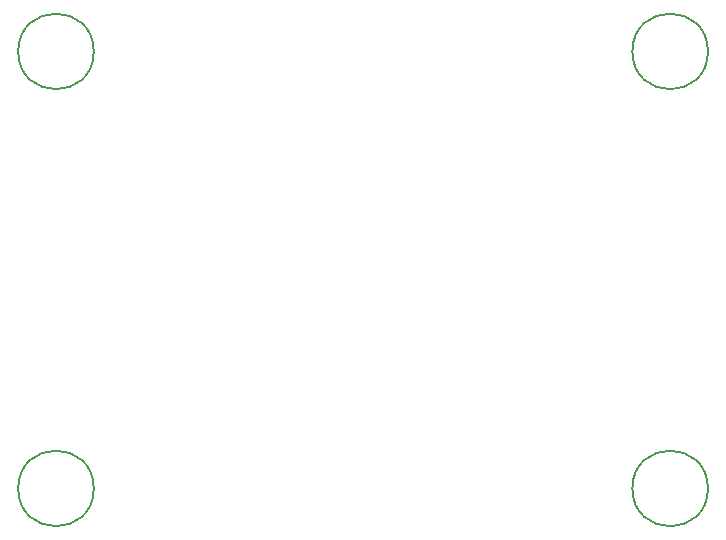
<source format=gbr>
%TF.GenerationSoftware,KiCad,Pcbnew,9.0.6*%
%TF.CreationDate,2026-01-11T11:59:37+09:00*%
%TF.ProjectId,SyncSeparator,53796e63-5365-4706-9172-61746f722e6b,rev?*%
%TF.SameCoordinates,Original*%
%TF.FileFunction,Other,Comment*%
%FSLAX46Y46*%
G04 Gerber Fmt 4.6, Leading zero omitted, Abs format (unit mm)*
G04 Created by KiCad (PCBNEW 9.0.6) date 2026-01-11 11:59:37*
%MOMM*%
%LPD*%
G01*
G04 APERTURE LIST*
%ADD10C,0.150000*%
G04 APERTURE END LIST*
D10*
%TO.C,REF\u002A\u002A*%
X92200000Y-69000000D02*
G75*
G02*
X85800000Y-69000000I-3200000J0D01*
G01*
X85800000Y-69000000D02*
G75*
G02*
X92200000Y-69000000I3200000J0D01*
G01*
X144200000Y-69000000D02*
G75*
G02*
X137800000Y-69000000I-3200000J0D01*
G01*
X137800000Y-69000000D02*
G75*
G02*
X144200000Y-69000000I3200000J0D01*
G01*
X92200000Y-106000000D02*
G75*
G02*
X85800000Y-106000000I-3200000J0D01*
G01*
X85800000Y-106000000D02*
G75*
G02*
X92200000Y-106000000I3200000J0D01*
G01*
X144200000Y-106000000D02*
G75*
G02*
X137800000Y-106000000I-3200000J0D01*
G01*
X137800000Y-106000000D02*
G75*
G02*
X144200000Y-106000000I3200000J0D01*
G01*
%TD*%
M02*

</source>
